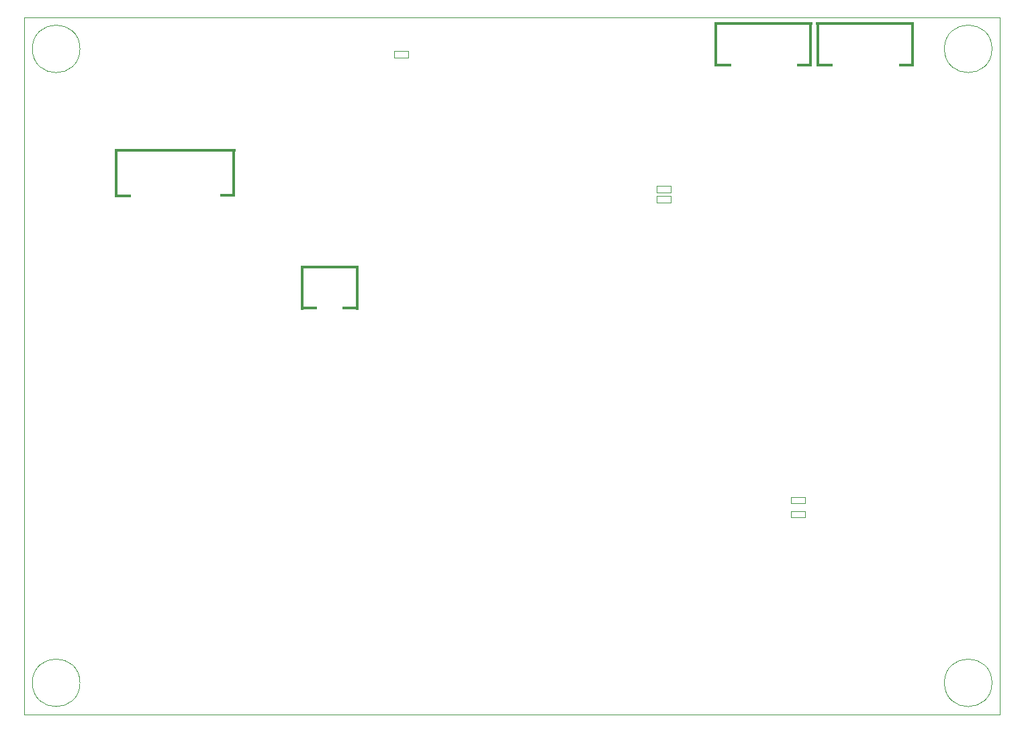
<source format=gm1>
G04*
G04 #@! TF.GenerationSoftware,Altium Limited,Altium Designer,21.3.2 (30)*
G04*
G04 Layer_Color=16711935*
%FSLAX44Y44*%
%MOMM*%
G71*
G04*
G04 #@! TF.SameCoordinates,E904BC2C-911D-44D5-97E6-C51C7131D4A3*
G04*
G04*
G04 #@! TF.FilePolarity,Positive*
G04*
G01*
G75*
%ADD15C,0.1000*%
%ADD109C,0.0127*%
%ADD110R,0.3810X5.5880*%
%ADD111R,2.1590X0.3810*%
%ADD112R,7.3660X0.3810*%
%ADD113R,15.2146X0.3810*%
%ADD114R,0.3810X6.0452*%
%ADD115R,1.9050X0.3810*%
%ADD116R,0.3810X6.0960*%
%ADD117R,12.3190X0.3810*%
D15*
X966200Y266446D02*
Y274574D01*
X983980Y266446D02*
Y274574D01*
X966200D02*
X983980D01*
X966200Y266446D02*
X983980D01*
X966200Y248666D02*
Y256794D01*
X983980Y248666D02*
Y256794D01*
X966200D02*
X983980D01*
X966200Y248666D02*
X983980D01*
X466090Y829056D02*
X483870D01*
X466090Y837184D02*
X483870D01*
Y829056D02*
Y837184D01*
X466090Y829056D02*
Y837184D01*
X797560Y667004D02*
X815340D01*
X797560Y658876D02*
X815340D01*
X797560D02*
Y667004D01*
X815340Y658876D02*
Y667004D01*
X797560Y654304D02*
X815340D01*
X797560Y646176D02*
X815340D01*
X797560D02*
Y654304D01*
X815340Y646176D02*
Y654304D01*
D109*
X1220063Y840063D02*
G03*
X1220063Y840063I-30000J0D01*
G01*
Y40064D02*
G03*
X1220063Y40064I-30000J0D01*
G01*
X70064D02*
G03*
X70064Y40064I-30000J0D01*
G01*
Y840063D02*
G03*
X70064Y840063I-30000J0D01*
G01*
X1220063D02*
G03*
X1220063Y840063I-30000J0D01*
G01*
Y40064D02*
G03*
X1220063Y40064I-30000J0D01*
G01*
X70064D02*
G03*
X70064Y40064I-30000J0D01*
G01*
Y840063D02*
G03*
X70064Y840063I-30000J0D01*
G01*
X63Y63D02*
Y880063D01*
X1230063D01*
Y63D02*
Y880063D01*
X63Y63D02*
X1230063D01*
X63D02*
Y880063D01*
X1230063D01*
Y63D02*
Y880063D01*
X63Y63D02*
X1230063D01*
D110*
X349877Y538906D02*
D03*
X419727D02*
D03*
X991241Y845820D02*
D03*
X871861D02*
D03*
X1119511D02*
D03*
X1000131D02*
D03*
D111*
X410837Y512871D02*
D03*
X358767D02*
D03*
X124587Y654685D02*
D03*
X880751Y819785D02*
D03*
X1009021D02*
D03*
D112*
X384802Y564941D02*
D03*
D113*
X189865Y711835D02*
D03*
D114*
X264033Y683514D02*
D03*
D115*
X255905Y655193D02*
D03*
X983621Y819785D02*
D03*
X1111891D02*
D03*
D116*
X115697Y683260D02*
D03*
D117*
X931551Y871855D02*
D03*
X1059821D02*
D03*
M02*

</source>
